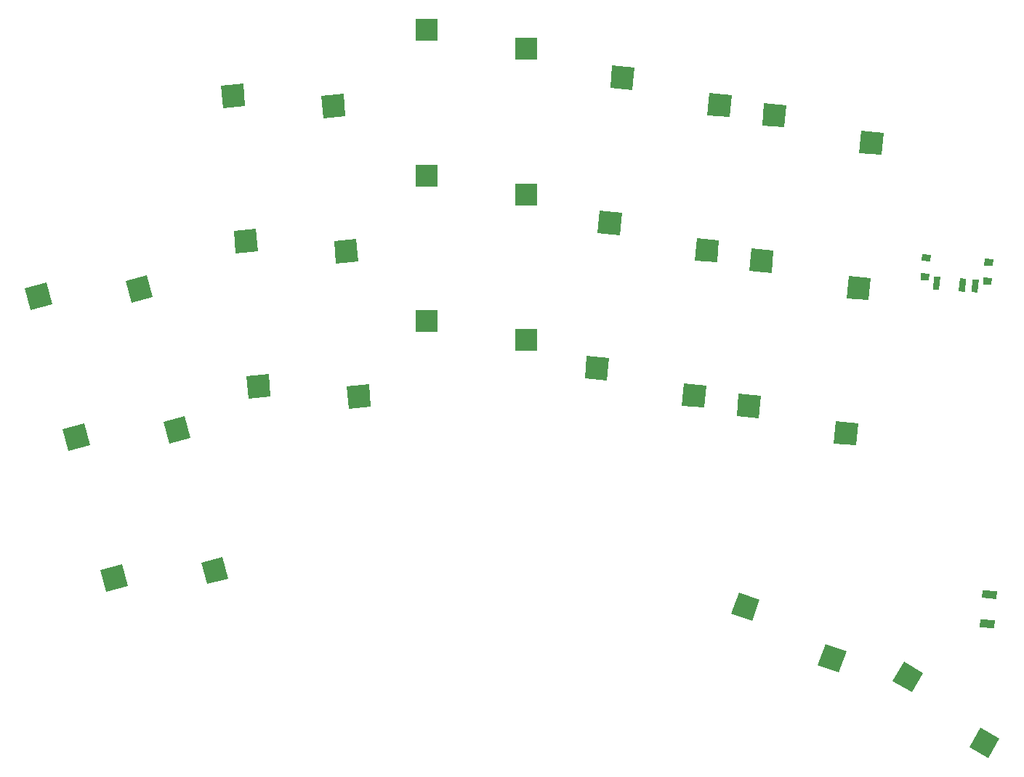
<source format=gbr>
%TF.GenerationSoftware,KiCad,Pcbnew,(5.1.10-1-10_14)*%
%TF.CreationDate,2021-10-09T22:38:14+01:00*%
%TF.ProjectId,architeuthis_dux,61726368-6974-4657-9574-6869735f6475,VERSION_HERE*%
%TF.SameCoordinates,Original*%
%TF.FileFunction,Paste,Bot*%
%TF.FilePolarity,Positive*%
%FSLAX46Y46*%
G04 Gerber Fmt 4.6, Leading zero omitted, Abs format (unit mm)*
G04 Created by KiCad (PCBNEW (5.1.10-1-10_14)) date 2021-10-09 22:38:14*
%MOMM*%
%LPD*%
G01*
G04 APERTURE LIST*
%ADD10C,0.100000*%
%ADD11R,2.600000X2.600000*%
G04 APERTURE END LIST*
D10*
%TO.C, *%
G36*
X109683461Y2408197D02*
G01*
X111379320Y2289611D01*
X111316539Y1391803D01*
X109620680Y1510389D01*
X109683461Y2408197D01*
G37*
G36*
X109446289Y-983521D02*
G01*
X111142148Y-1102107D01*
X111079367Y-1999915D01*
X109383508Y-1881329D01*
X109446289Y-983521D01*
G37*
%TD*%
%TO.C,REF\u002A\u002A*%
G36*
X103934898Y37482116D02*
G01*
X104039533Y38978462D01*
X104737828Y38929632D01*
X104633193Y37433286D01*
X103934898Y37482116D01*
G37*
G36*
X106927590Y37272847D02*
G01*
X107032225Y38769193D01*
X107730520Y38720363D01*
X107625885Y37224017D01*
X106927590Y37272847D01*
G37*
G36*
X108423936Y37168212D02*
G01*
X108528571Y38664558D01*
X109226866Y38615728D01*
X109122231Y37119382D01*
X108423936Y37168212D01*
G37*
G36*
X102612592Y40792420D02*
G01*
X102668398Y41590471D01*
X103665962Y41520714D01*
X103610156Y40722663D01*
X102612592Y40792420D01*
G37*
G36*
X109894810Y40283197D02*
G01*
X109950616Y41081248D01*
X110948180Y41011491D01*
X110892374Y40213440D01*
X109894810Y40283197D01*
G37*
G36*
X109740648Y38078581D02*
G01*
X109796454Y38876632D01*
X110794018Y38806875D01*
X110738212Y38008824D01*
X109740648Y38078581D01*
G37*
G36*
X102458430Y38587803D02*
G01*
X102514236Y39385854D01*
X103511800Y39316097D01*
X103455994Y38518046D01*
X102458430Y38587803D01*
G37*
%TD*%
%TO.C,S1*%
G36*
X7580017Y2254009D02*
G01*
X6907088Y4765416D01*
X9418495Y5438345D01*
X10091424Y2926938D01*
X7580017Y2254009D01*
G37*
G36*
X19305862Y3118332D02*
G01*
X18632933Y5629739D01*
X21144340Y6302668D01*
X21817269Y3791261D01*
X19305862Y3118332D01*
G37*
%TD*%
%TO.C,S3*%
G36*
X3180116Y18674809D02*
G01*
X2507187Y21186216D01*
X5018594Y21859145D01*
X5691523Y19347738D01*
X3180116Y18674809D01*
G37*
G36*
X14905961Y19539132D02*
G01*
X14233032Y22050539D01*
X16744439Y22723468D01*
X17417368Y20212061D01*
X14905961Y19539132D01*
G37*
%TD*%
%TO.C,S5*%
G36*
X-1219884Y35095509D02*
G01*
X-1892813Y37606916D01*
X618594Y38279845D01*
X1291523Y35768438D01*
X-1219884Y35095509D01*
G37*
G36*
X10505961Y35959832D02*
G01*
X9833032Y38471239D01*
X12344439Y39144168D01*
X13017368Y36632761D01*
X10505961Y35959832D01*
G37*
%TD*%
%TO.C,S7*%
G36*
X24144771Y24774219D02*
G01*
X23918166Y27364326D01*
X26508273Y27590931D01*
X26734878Y25000824D01*
X24144771Y24774219D01*
G37*
G36*
X35842562Y23589240D02*
G01*
X35615957Y26179347D01*
X38206064Y26405952D01*
X38432669Y23815845D01*
X35842562Y23589240D01*
G37*
%TD*%
%TO.C,S9*%
G36*
X22663070Y41709518D02*
G01*
X22436465Y44299625D01*
X25026572Y44526230D01*
X25253177Y41936123D01*
X22663070Y41709518D01*
G37*
G36*
X34360861Y40524539D02*
G01*
X34134256Y43114646D01*
X36724363Y43341251D01*
X36950968Y40751144D01*
X34360861Y40524539D01*
G37*
%TD*%
%TO.C,S11*%
G36*
X21181470Y58644820D02*
G01*
X20954865Y61234927D01*
X23544972Y61461532D01*
X23771577Y58871425D01*
X21181470Y58644820D01*
G37*
G36*
X32879261Y57459841D02*
G01*
X32652656Y60049948D01*
X35242763Y60276553D01*
X35469368Y57686446D01*
X32879261Y57459841D01*
G37*
%TD*%
D11*
%TO.C,S13*%
X44951936Y33769253D03*
X56501936Y31569253D03*
%TD*%
%TO.C,S15*%
X44951935Y50769253D03*
X56501935Y48569253D03*
%TD*%
%TO.C,S17*%
X44951936Y67769251D03*
X56501936Y65569251D03*
%TD*%
D10*
%TO.C,S19*%
G36*
X63356217Y27118895D02*
G01*
X63582822Y29709002D01*
X66172929Y29482397D01*
X65946324Y26892290D01*
X63356217Y27118895D01*
G37*
G36*
X74670523Y23920617D02*
G01*
X74897128Y26510724D01*
X77487235Y26284119D01*
X77260630Y23694012D01*
X74670523Y23920617D01*
G37*
%TD*%
%TO.C,S21*%
G36*
X64837918Y44054195D02*
G01*
X65064523Y46644302D01*
X67654630Y46417697D01*
X67428025Y43827590D01*
X64837918Y44054195D01*
G37*
G36*
X76152224Y40855917D02*
G01*
X76378829Y43446024D01*
X78968936Y43219419D01*
X78742331Y40629312D01*
X76152224Y40855917D01*
G37*
%TD*%
%TO.C,S23*%
G36*
X66319519Y60989595D02*
G01*
X66546124Y63579702D01*
X69136231Y63353097D01*
X68909626Y60762990D01*
X66319519Y60989595D01*
G37*
G36*
X77633825Y57791317D02*
G01*
X77860430Y60381424D01*
X80450537Y60154819D01*
X80223932Y57564712D01*
X77633825Y57791317D01*
G37*
%TD*%
%TO.C,S25*%
G36*
X81040818Y22727595D02*
G01*
X81267423Y25317702D01*
X83857530Y25091097D01*
X83630925Y22500990D01*
X81040818Y22727595D01*
G37*
G36*
X92355124Y19529317D02*
G01*
X92581729Y22119424D01*
X95171836Y21892819D01*
X94945231Y19302712D01*
X92355124Y19529317D01*
G37*
%TD*%
%TO.C,S27*%
G36*
X82522418Y39662895D02*
G01*
X82749023Y42253002D01*
X85339130Y42026397D01*
X85112525Y39436290D01*
X82522418Y39662895D01*
G37*
G36*
X93836724Y36464617D02*
G01*
X94063329Y39054724D01*
X96653436Y38828119D01*
X96426831Y36238012D01*
X93836724Y36464617D01*
G37*
%TD*%
%TO.C,S29*%
G36*
X84004119Y56598195D02*
G01*
X84230724Y59188302D01*
X86820831Y58961697D01*
X86594226Y56371590D01*
X84004119Y56598195D01*
G37*
G36*
X95318425Y53399917D02*
G01*
X95545030Y55990024D01*
X98135137Y55763419D01*
X97908532Y53173312D01*
X95318425Y53399917D01*
G37*
%TD*%
%TO.C,S31*%
G36*
X80392635Y-277836D02*
G01*
X81281888Y2165365D01*
X83725089Y1276112D01*
X82835836Y-1167089D01*
X80392635Y-277836D01*
G37*
G36*
X90493640Y-6295492D02*
G01*
X91382893Y-3852291D01*
X93826094Y-4741544D01*
X92936841Y-7184745D01*
X90493640Y-6295492D01*
G37*
%TD*%
%TO.C,S33*%
G36*
X99216469Y-8175629D02*
G01*
X100516469Y-5923963D01*
X102768135Y-7223963D01*
X101468135Y-9475629D01*
X99216469Y-8175629D01*
G37*
G36*
X108119062Y-15855885D02*
G01*
X109419062Y-13604219D01*
X111670728Y-14904219D01*
X110370728Y-17155885D01*
X108119062Y-15855885D01*
G37*
%TD*%
M02*

</source>
